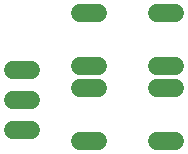
<source format=gbl>
G75*
%MOIN*%
%OFA0B0*%
%FSLAX25Y25*%
%IPPOS*%
%LPD*%
%AMOC8*
5,1,8,0,0,1.08239X$1,22.5*
%
%ADD10C,0.06000*%
D10*
X0008800Y0011800D02*
X0014800Y0011800D01*
X0014800Y0021800D02*
X0008800Y0021800D01*
X0008800Y0031800D02*
X0014800Y0031800D01*
X0031000Y0032900D02*
X0037000Y0032900D01*
X0037000Y0025700D02*
X0031000Y0025700D01*
X0031000Y0007900D02*
X0037000Y0007900D01*
X0056600Y0007900D02*
X0062600Y0007900D01*
X0062600Y0025700D02*
X0056600Y0025700D01*
X0056600Y0032900D02*
X0062600Y0032900D01*
X0062600Y0050700D02*
X0056600Y0050700D01*
X0037000Y0050700D02*
X0031000Y0050700D01*
M02*

</source>
